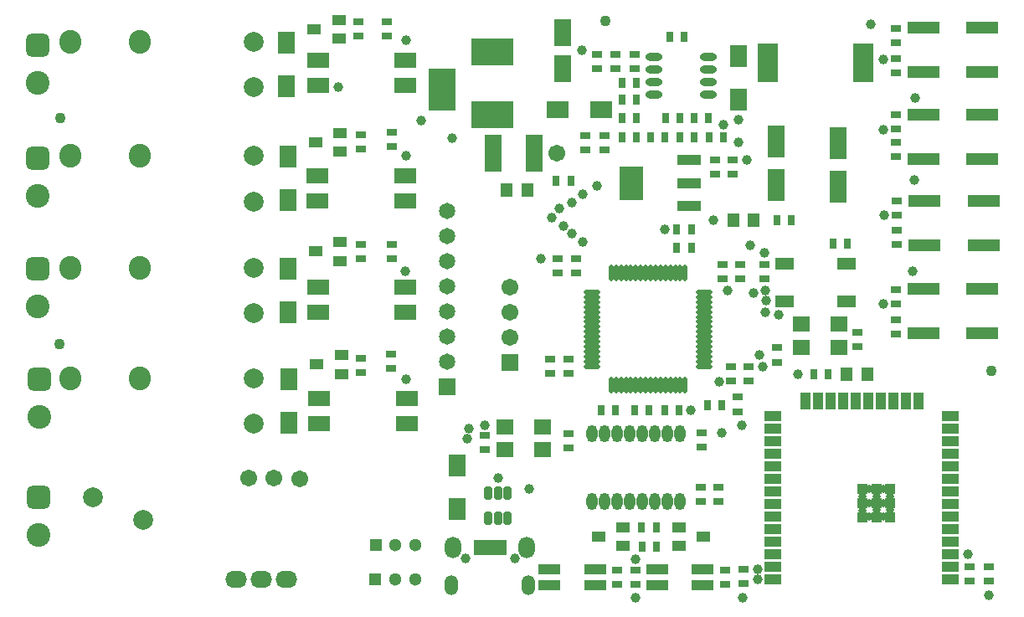
<source format=gts>
G04*
G04 #@! TF.GenerationSoftware,Altium Limited,Altium Designer,23.6.0 (18)*
G04*
G04 Layer_Color=8388736*
%FSTAX25Y25*%
%MOIN*%
G70*
G04*
G04 #@! TF.SameCoordinates,CC084146-259E-454A-B071-9D7E5FCC62AE*
G04*
G04*
G04 #@! TF.FilePolarity,Negative*
G04*
G01*
G75*
%ADD33R,0.08661X0.06299*%
%ADD47C,0.06706*%
%ADD48R,0.02965X0.04343*%
%ADD49R,0.04343X0.02965*%
%ADD50R,0.07099X0.06312*%
%ADD51R,0.05131X0.05524*%
%ADD52R,0.07099X0.12611*%
%ADD53R,0.06902X0.09068*%
%ADD54R,0.12611X0.04737*%
%ADD55R,0.06706X0.04343*%
%ADD56R,0.04343X0.06706*%
%ADD57R,0.04343X0.04343*%
%ADD58R,0.08280X0.15761*%
G04:AMPARAMS|DCode=59|XSize=55.64mil|YSize=31.23mil|CornerRadius=6.9mil|HoleSize=0mil|Usage=FLASHONLY|Rotation=270.000|XOffset=0mil|YOffset=0mil|HoleType=Round|Shape=RoundedRectangle|*
%AMROUNDEDRECTD59*
21,1,0.05564,0.01742,0,0,270.0*
21,1,0.04183,0.03123,0,0,270.0*
1,1,0.01381,-0.00871,-0.02092*
1,1,0.01381,-0.00871,0.02092*
1,1,0.01381,0.00871,0.02092*
1,1,0.01381,0.00871,-0.02092*
%
%ADD59ROUNDEDRECTD59*%
%ADD60R,0.09265X0.13595*%
%ADD61R,0.09265X0.04343*%
%ADD62R,0.02572X0.05918*%
G04:AMPARAMS|DCode=63|XSize=66.66mil|YSize=19.02mil|CornerRadius=6.76mil|HoleSize=0mil|Usage=FLASHONLY|Rotation=270.000|XOffset=0mil|YOffset=0mil|HoleType=Round|Shape=RoundedRectangle|*
%AMROUNDEDRECTD63*
21,1,0.06666,0.00551,0,0,270.0*
21,1,0.05315,0.01902,0,0,270.0*
1,1,0.01351,-0.00276,-0.02657*
1,1,0.01351,-0.00276,0.02657*
1,1,0.01351,0.00276,0.02657*
1,1,0.01351,0.00276,-0.02657*
%
%ADD63ROUNDEDRECTD63*%
G04:AMPARAMS|DCode=64|XSize=66.66mil|YSize=19.02mil|CornerRadius=6.76mil|HoleSize=0mil|Usage=FLASHONLY|Rotation=180.000|XOffset=0mil|YOffset=0mil|HoleType=Round|Shape=RoundedRectangle|*
%AMROUNDEDRECTD64*
21,1,0.06666,0.00551,0,0,180.0*
21,1,0.05315,0.01902,0,0,180.0*
1,1,0.01351,-0.02657,0.00276*
1,1,0.01351,0.02657,0.00276*
1,1,0.01351,0.02657,-0.00276*
1,1,0.01351,-0.02657,-0.00276*
%
%ADD64ROUNDEDRECTD64*%
%ADD65R,0.07493X0.04737*%
%ADD66R,0.06800X0.14800*%
%ADD67R,0.09068X0.06902*%
%ADD68O,0.06706X0.03162*%
%ADD69R,0.07099X0.11036*%
%ADD70R,0.05524X0.04147*%
%ADD71R,0.08674X0.04343*%
%ADD72O,0.04343X0.06902*%
%ADD73C,0.07887*%
%ADD74C,0.04331*%
%ADD75C,0.03162*%
%ADD76C,0.06500*%
%ADD77R,0.06500X0.06500*%
%ADD78C,0.05118*%
%ADD79R,0.05118X0.05118*%
%ADD80C,0.03950*%
%ADD81O,0.05328X0.07887*%
%ADD82O,0.06509X0.08674*%
%ADD83R,0.10800X0.16800*%
%ADD84R,0.16800X0.10800*%
%ADD85O,0.08674X0.09461*%
%ADD86C,0.09461*%
G04:AMPARAMS|DCode=87|XSize=94.61mil|YSize=94.61mil|CornerRadius=25.65mil|HoleSize=0mil|Usage=FLASHONLY|Rotation=270.000|XOffset=0mil|YOffset=0mil|HoleType=Round|Shape=RoundedRectangle|*
%AMROUNDEDRECTD87*
21,1,0.09461,0.04331,0,0,270.0*
21,1,0.04331,0.09461,0,0,270.0*
1,1,0.05131,-0.02165,-0.02165*
1,1,0.05131,-0.02165,0.02165*
1,1,0.05131,0.02165,0.02165*
1,1,0.05131,0.02165,-0.02165*
%
%ADD87ROUNDEDRECTD87*%
%ADD88R,0.06706X0.06706*%
%ADD89O,0.08674X0.06706*%
D33*
X0156826Y00821D02*
D03*
X0121926D02*
D03*
X0156826Y00721D02*
D03*
X0121926D02*
D03*
X012155Y02066D02*
D03*
X0121426Y01607D02*
D03*
X01215Y01163D02*
D03*
X015645Y02066D02*
D03*
X012155Y02166D02*
D03*
X0156326Y01607D02*
D03*
X0121426Y01707D02*
D03*
X01564Y01163D02*
D03*
X01215Y01263D02*
D03*
X015645Y02166D02*
D03*
X0156326Y01707D02*
D03*
X01564Y01263D02*
D03*
D47*
X0104Y00503D02*
D03*
X00941D02*
D03*
X01142Y00501D02*
D03*
X02165Y01796D02*
D03*
X01979Y01065D02*
D03*
Y01165D02*
D03*
Y01265D02*
D03*
D48*
X0271346Y01938D02*
D03*
X0277054D02*
D03*
X0242646Y01862D02*
D03*
X0248354D02*
D03*
X0265554Y01938D02*
D03*
X0259846D02*
D03*
X0242646Y01936D02*
D03*
X0248354D02*
D03*
X0265646Y01862D02*
D03*
X0271354D02*
D03*
X0277146D02*
D03*
X0282854D02*
D03*
X0309854Y01529D02*
D03*
X0304146D02*
D03*
X0242646Y02011D02*
D03*
X0248354D02*
D03*
X0261646Y02261D02*
D03*
X0267354D02*
D03*
X0222154Y01687D02*
D03*
X0216446D02*
D03*
X0332254Y01436D02*
D03*
X0326546D02*
D03*
X0264446Y01421D02*
D03*
X0270154D02*
D03*
X0264446Y01495D02*
D03*
X0270154D02*
D03*
X0253209Y00774D02*
D03*
X02475D02*
D03*
X0259646Y00775D02*
D03*
X0265354D02*
D03*
X0239954Y00773D02*
D03*
X0234246D02*
D03*
X0250546Y00232D02*
D03*
X0256254D02*
D03*
X0256154Y00307D02*
D03*
X0250446D02*
D03*
X0324554Y00917D02*
D03*
X0318846D02*
D03*
X0282354Y0079241D02*
D03*
X0276646D02*
D03*
X0259754Y01862D02*
D03*
X0254046D02*
D03*
X0248354Y02076D02*
D03*
X0242646D02*
D03*
D49*
X01385Y0143454D02*
D03*
Y0137746D02*
D03*
X0151D02*
D03*
Y0143454D02*
D03*
X01385Y0092246D02*
D03*
Y0097954D02*
D03*
X01505Y0099654D02*
D03*
Y0093946D02*
D03*
X03886Y0009346D02*
D03*
Y0015054D02*
D03*
X03811Y0009446D02*
D03*
Y0015154D02*
D03*
X02868Y0176954D02*
D03*
Y0171246D02*
D03*
X02797D02*
D03*
Y0176954D02*
D03*
X01509Y0182246D02*
D03*
Y0187954D02*
D03*
X01385Y0186954D02*
D03*
Y0181246D02*
D03*
X01375Y0231954D02*
D03*
Y0226246D02*
D03*
X0149D02*
D03*
Y0231954D02*
D03*
X02358Y0186854D02*
D03*
Y0181146D02*
D03*
X02281Y0186854D02*
D03*
Y0181146D02*
D03*
X01879Y0061646D02*
D03*
Y0067354D02*
D03*
X03364Y0108354D02*
D03*
Y0102646D02*
D03*
X02992Y0129746D02*
D03*
Y0135454D02*
D03*
X02896Y0129746D02*
D03*
Y0135454D02*
D03*
X02825D02*
D03*
Y0129746D02*
D03*
X02243Y0132146D02*
D03*
Y0137854D02*
D03*
X0217Y0132146D02*
D03*
Y0137854D02*
D03*
X02214Y0091891D02*
D03*
Y00976D02*
D03*
X02141Y0091891D02*
D03*
Y00976D02*
D03*
X02212Y0067954D02*
D03*
Y0062246D02*
D03*
X02909Y0014054D02*
D03*
Y0008346D02*
D03*
X02835Y0008146D02*
D03*
Y0013854D02*
D03*
X0247913Y00138D02*
D03*
Y0008091D02*
D03*
X0240713Y0008046D02*
D03*
Y0013754D02*
D03*
X0273961Y0040946D02*
D03*
Y0046654D02*
D03*
X0280961Y0040946D02*
D03*
Y0046654D02*
D03*
X0288722Y0082554D02*
D03*
Y0076846D02*
D03*
X02931Y0089046D02*
D03*
Y0094754D02*
D03*
X02861D02*
D03*
Y0089046D02*
D03*
X0304202Y0096546D02*
D03*
Y0102254D02*
D03*
X0351488Y0107769D02*
D03*
Y0113478D02*
D03*
Y0119769D02*
D03*
Y0125478D02*
D03*
X0351988Y0143269D02*
D03*
Y0148978D02*
D03*
X0352Y0160754D02*
D03*
Y0155046D02*
D03*
X0351488Y0178269D02*
D03*
Y0183978D02*
D03*
Y0194978D02*
D03*
Y0189269D02*
D03*
Y0211769D02*
D03*
Y0217478D02*
D03*
Y0229478D02*
D03*
Y0223769D02*
D03*
X0274422Y0062746D02*
D03*
Y0068454D02*
D03*
X024Y0218954D02*
D03*
Y0213246D02*
D03*
X02325Y0218954D02*
D03*
Y0213246D02*
D03*
X02475Y0218954D02*
D03*
Y0213246D02*
D03*
D50*
X021108Y0061672D02*
D03*
X019612D02*
D03*
Y0070728D02*
D03*
X021108D02*
D03*
X0313873Y0111591D02*
D03*
X0328833D02*
D03*
Y0102535D02*
D03*
X0313873D02*
D03*
D51*
X0295134Y01529D02*
D03*
X0286866D02*
D03*
X0204934Y01649D02*
D03*
X0196666D02*
D03*
X0340334Y00917D02*
D03*
X0332066D02*
D03*
D52*
X03285Y0166439D02*
D03*
Y0183761D02*
D03*
X0304Y0184261D02*
D03*
Y0166939D02*
D03*
D53*
X01771Y0038039D02*
D03*
Y0055361D02*
D03*
X0289Y0218261D02*
D03*
Y0200939D02*
D03*
X0109Y0223761D02*
D03*
Y0206439D02*
D03*
X01095Y0178261D02*
D03*
Y0160939D02*
D03*
Y0133761D02*
D03*
Y0116439D02*
D03*
X011Y0089761D02*
D03*
Y0072439D02*
D03*
D54*
X038611Y012584D02*
D03*
Y0108124D02*
D03*
X0362488Y012584D02*
D03*
Y0108124D02*
D03*
X038661Y016084D02*
D03*
Y0143124D02*
D03*
X0362988Y016084D02*
D03*
Y0143124D02*
D03*
X0362488Y0177407D02*
D03*
Y0195124D02*
D03*
X038611Y0177407D02*
D03*
Y0195124D02*
D03*
X0362488Y0211907D02*
D03*
Y0229624D02*
D03*
X038611Y0211907D02*
D03*
Y0229624D02*
D03*
D55*
X03734Y0009995D02*
D03*
Y0014995D02*
D03*
Y0019995D02*
D03*
Y0024994D02*
D03*
Y0029994D02*
D03*
Y0034995D02*
D03*
Y0039994D02*
D03*
Y0044995D02*
D03*
Y0049995D02*
D03*
Y0054994D02*
D03*
Y0059995D02*
D03*
Y0064995D02*
D03*
Y0069994D02*
D03*
Y0074994D02*
D03*
X0302534Y0009995D02*
D03*
Y0014995D02*
D03*
Y0019995D02*
D03*
Y0024994D02*
D03*
Y0029994D02*
D03*
Y0034995D02*
D03*
Y0039994D02*
D03*
Y0044995D02*
D03*
Y0049995D02*
D03*
Y0054994D02*
D03*
Y0059995D02*
D03*
Y0064995D02*
D03*
Y0069994D02*
D03*
Y0074994D02*
D03*
D56*
X0315487Y00809D02*
D03*
X0330487D02*
D03*
X0335487D02*
D03*
X0340487D02*
D03*
X0320487D02*
D03*
X0345487D02*
D03*
X0350487D02*
D03*
X0355487D02*
D03*
X0360487D02*
D03*
X0325487D02*
D03*
D57*
X0349384Y0040388D02*
D03*
Y0034876D02*
D03*
X0343872D02*
D03*
X0338361D02*
D03*
Y0040388D02*
D03*
X0343872D02*
D03*
X0349384Y00459D02*
D03*
X0343872D02*
D03*
X0338361D02*
D03*
D58*
X0300705Y02156D02*
D03*
X03385D02*
D03*
D59*
X019694Y0034359D02*
D03*
X01932D02*
D03*
X018946D02*
D03*
Y0044241D02*
D03*
X01932D02*
D03*
X019694D02*
D03*
D60*
X0246365Y0167871D02*
D03*
D61*
X0269435Y0176887D02*
D03*
Y0167871D02*
D03*
Y0158856D02*
D03*
D62*
X0192616Y0022634D02*
D03*
X0190058D02*
D03*
X0187498D02*
D03*
X0195176D02*
D03*
X0184939D02*
D03*
D63*
X0261858Y0131923D02*
D03*
X025989D02*
D03*
X0257921D02*
D03*
X0255953D02*
D03*
X0267764Y0087277D02*
D03*
X0265795D02*
D03*
X0263827D02*
D03*
X0261858D02*
D03*
X025989D02*
D03*
X0257921D02*
D03*
X0255953D02*
D03*
X0253984D02*
D03*
X0252016D02*
D03*
X0250047D02*
D03*
X0248079D02*
D03*
X024611D02*
D03*
X0244142D02*
D03*
X0242173D02*
D03*
X0240205D02*
D03*
X0238236D02*
D03*
Y0131923D02*
D03*
X0240205D02*
D03*
X0242173D02*
D03*
X0244142D02*
D03*
X024611D02*
D03*
X0248079D02*
D03*
X0250047D02*
D03*
X0252016D02*
D03*
X0253984D02*
D03*
X0263827D02*
D03*
X0265795D02*
D03*
X0267764D02*
D03*
D64*
X0230677Y0094836D02*
D03*
Y0096805D02*
D03*
Y0098773D02*
D03*
Y0100742D02*
D03*
Y010271D02*
D03*
Y0104679D02*
D03*
Y0106647D02*
D03*
Y0108616D02*
D03*
Y0110584D02*
D03*
Y0112553D02*
D03*
Y0114521D02*
D03*
Y011649D02*
D03*
Y0118458D02*
D03*
Y0120427D02*
D03*
Y0122395D02*
D03*
Y0124364D02*
D03*
X0275323D02*
D03*
Y0122395D02*
D03*
Y0120427D02*
D03*
Y0118458D02*
D03*
Y011649D02*
D03*
Y0114521D02*
D03*
Y0112553D02*
D03*
Y0110584D02*
D03*
Y0108616D02*
D03*
Y0106647D02*
D03*
Y0104679D02*
D03*
Y010271D02*
D03*
Y0100742D02*
D03*
Y0098773D02*
D03*
Y0096805D02*
D03*
Y0094836D02*
D03*
D65*
X0307298Y013558D02*
D03*
X0332102D02*
D03*
Y012062D02*
D03*
X0307298D02*
D03*
D66*
X0191159Y01796D02*
D03*
X02077D02*
D03*
D67*
X0234161Y01971D02*
D03*
X0216839D02*
D03*
D68*
X0276827Y02031D02*
D03*
Y02081D02*
D03*
Y02131D02*
D03*
Y02181D02*
D03*
X0255173Y02031D02*
D03*
Y02081D02*
D03*
Y02131D02*
D03*
Y02181D02*
D03*
D69*
X0219Y0227687D02*
D03*
Y0213513D02*
D03*
D70*
X0243121Y002326D02*
D03*
X02431Y00307D02*
D03*
X0233279Y0027D02*
D03*
X0120079Y02291D02*
D03*
X01299Y02328D02*
D03*
X0129921Y022536D02*
D03*
X0120579Y01841D02*
D03*
X01304Y01878D02*
D03*
X0130421Y018036D02*
D03*
X0120579Y01406D02*
D03*
X01304Y01443D02*
D03*
X0130421Y013686D02*
D03*
X0121079Y00956D02*
D03*
X01309Y00993D02*
D03*
X0130921Y009186D02*
D03*
X0275021Y00271D02*
D03*
X02652Y00234D02*
D03*
X0265179Y003084D02*
D03*
D71*
X0256645Y000785D02*
D03*
X0274755D02*
D03*
X0256645Y001415D02*
D03*
X0274755D02*
D03*
X0231868D02*
D03*
X0213758D02*
D03*
X0231868Y000785D02*
D03*
X0213758D02*
D03*
D72*
X02305Y0041116D02*
D03*
X02355D02*
D03*
X02405D02*
D03*
X02455D02*
D03*
X02505D02*
D03*
X02555D02*
D03*
X02605D02*
D03*
X02655D02*
D03*
X02305Y0068084D02*
D03*
X02355D02*
D03*
X02405D02*
D03*
X02455D02*
D03*
X02505D02*
D03*
X02555D02*
D03*
X02605D02*
D03*
X02655D02*
D03*
D73*
X0032Y00426D02*
D03*
X0052Y00336D02*
D03*
X0095917Y0224139D02*
D03*
Y0206029D02*
D03*
Y0178639D02*
D03*
Y0160529D02*
D03*
Y0134139D02*
D03*
Y0116029D02*
D03*
Y0090139D02*
D03*
Y0072029D02*
D03*
D74*
X00188Y01038D02*
D03*
X00189Y01938D02*
D03*
X03896Y00932D02*
D03*
X0236Y02325D02*
D03*
D75*
X03494Y0043112D02*
D03*
X03466Y0040412D02*
D03*
X03494Y00376D02*
D03*
X03411Y00349D02*
D03*
X03466D02*
D03*
X0344Y00376D02*
D03*
X03384Y00375D02*
D03*
Y0043012D02*
D03*
X03411Y0040412D02*
D03*
X0344Y0043112D02*
D03*
X03466Y0045924D02*
D03*
X03411D02*
D03*
D76*
X01731Y01568D02*
D03*
Y01468D02*
D03*
Y01368D02*
D03*
Y01268D02*
D03*
Y01168D02*
D03*
Y01068D02*
D03*
Y00968D02*
D03*
D77*
Y00868D02*
D03*
D78*
X01602Y001D02*
D03*
X0152326D02*
D03*
X01603Y00236D02*
D03*
X0152426D02*
D03*
D79*
X0144452Y001D02*
D03*
X0144552Y00236D02*
D03*
D80*
X01999Y00185D02*
D03*
X0180215D02*
D03*
X02889Y0184D02*
D03*
X03418Y0231D02*
D03*
X01879Y00715D02*
D03*
X02891Y01929D02*
D03*
X03888Y00038D02*
D03*
X03584Y01328D02*
D03*
X03591Y01689D02*
D03*
X03593Y02017D02*
D03*
X02847Y01251D02*
D03*
X0296505Y0009995D02*
D03*
X02226Y01602D02*
D03*
X02813Y00887D02*
D03*
X02701Y00775D02*
D03*
X01816Y00701D02*
D03*
X01809Y0066D02*
D03*
X01932Y00505D02*
D03*
X0279Y01529D02*
D03*
X02924Y0177D02*
D03*
X0347Y01549D02*
D03*
X0290186Y0071514D02*
D03*
X02271Y0163225D02*
D03*
X0174926Y0185761D02*
D03*
X02058Y00462D02*
D03*
X02326Y01668D02*
D03*
X01565Y01788D02*
D03*
X01566Y00898D02*
D03*
X01563Y01327D02*
D03*
X01625Y01927D02*
D03*
X02829Y01911D02*
D03*
X0248Y0002875D02*
D03*
X02907D02*
D03*
X0346488Y0217124D02*
D03*
Y0119624D02*
D03*
X02992Y01402D02*
D03*
X02935Y01432D02*
D03*
X02987Y00947D02*
D03*
X02824Y00685D02*
D03*
X02104Y01376D02*
D03*
X02595Y01494D02*
D03*
X02269Y01443D02*
D03*
X02227Y0147625D02*
D03*
X02192Y01507D02*
D03*
X0247913Y0018213D02*
D03*
X03804Y00202D02*
D03*
X02965Y00142D02*
D03*
X02146Y01541D02*
D03*
X02176Y01576D02*
D03*
X03128Y00916D02*
D03*
X02973Y00993D02*
D03*
X02997Y01165D02*
D03*
X0300017Y0120883D02*
D03*
X03049Y01155D02*
D03*
X0294867Y0124133D02*
D03*
X02997Y01249D02*
D03*
X0346488Y0189124D02*
D03*
X01295Y02061D02*
D03*
X01565Y02246D02*
D03*
X02265Y02206D02*
D03*
D81*
X0205313Y0007673D02*
D03*
X0174802D02*
D03*
D82*
X0204723Y0022634D02*
D03*
X0175392D02*
D03*
D83*
X0171Y02051D02*
D03*
D84*
X0191Y02201D02*
D03*
Y01951D02*
D03*
D85*
X0050642Y0224139D02*
D03*
X0023083D02*
D03*
X0050642Y0178639D02*
D03*
X0023083D02*
D03*
X0050642Y0134139D02*
D03*
X0023083D02*
D03*
X0050642Y0090139D02*
D03*
X0023083D02*
D03*
D86*
X0010386Y00276D02*
D03*
X0009886Y02076D02*
D03*
Y01626D02*
D03*
Y01186D02*
D03*
X00105Y00747D02*
D03*
D87*
X0010386Y00426D02*
D03*
X0009886Y02226D02*
D03*
Y01776D02*
D03*
Y01336D02*
D03*
X00105Y00897D02*
D03*
D88*
X01979Y00965D02*
D03*
D89*
X0089084Y001D02*
D03*
X0099084D02*
D03*
X0109084D02*
D03*
M02*

</source>
